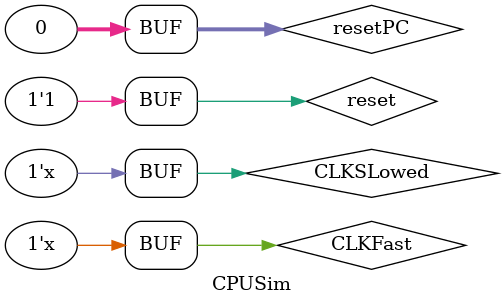
<source format=v>
`timescale 1 ns / 1 ps
`define cycleTime 10
module CPUSim ();

reg CLKFast;
reg CLKSLowed;
reg reset;
reg [31:0] resetPC;

reg [3:0] CLKCount;
always # (`cycleTime / 2) begin
    CLKFast = ~CLKFast;
    if(CLKCount < 4'd10)
        CLKCount = CLKCount + 1;
    else begin
        CLKCount = 0;
        CLKSLowed = ~CLKSLowed;
    end
end

CPU CPU (CLKFast,CLKSLowed,reset,resetPC);

initial begin
    CLKFast <= 0; CLKSLowed <= 0; CLKCount <= 0;
    reset <= 0; resetPC <= 32'b0;
    #100;
    reset <= 1;
end

endmodule
</source>
